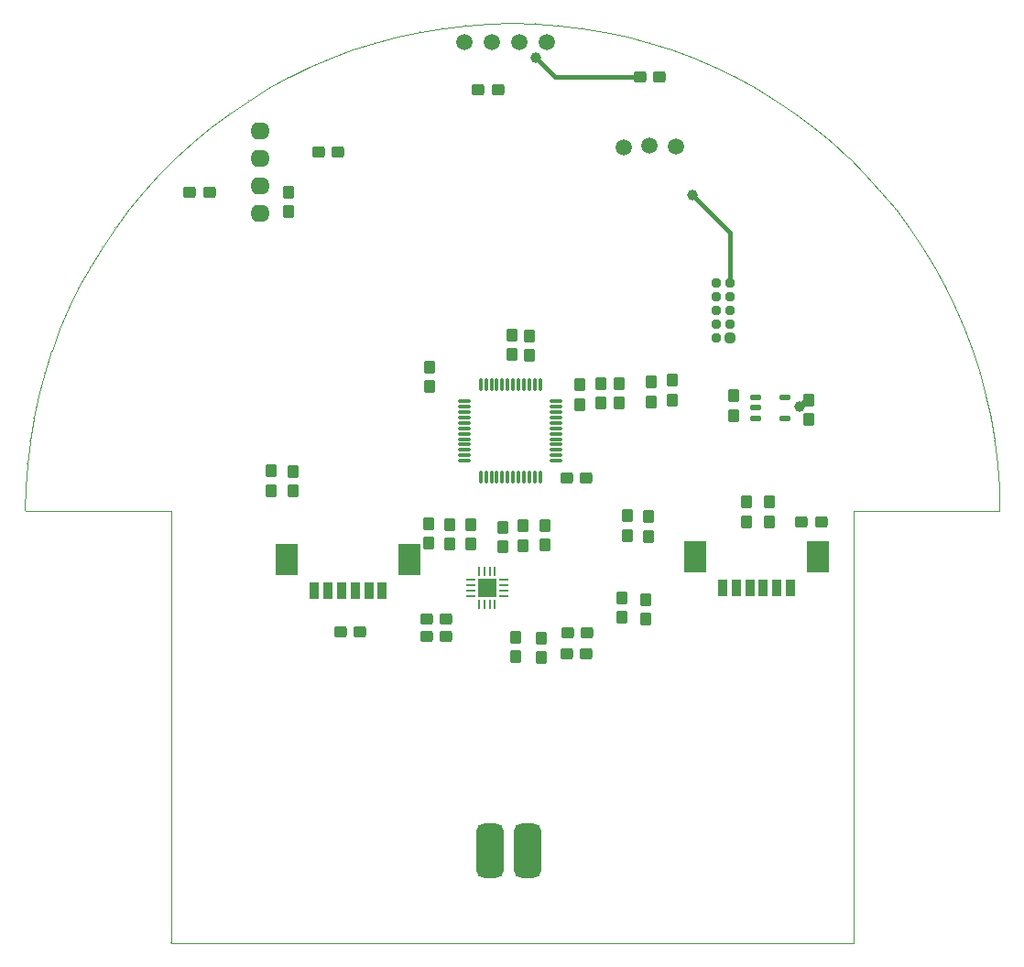
<source format=gtl>
%FSLAX25Y25*%
%MOIN*%
G70*
G01*
G75*
G04 Layer_Physical_Order=1*
G04 Layer_Color=255*
%ADD10R,0.03189X0.06299*%
%ADD11R,0.08268X0.11811*%
G04:AMPARAMS|DCode=12|XSize=98.43mil|YSize=196.85mil|CornerRadius=24.61mil|HoleSize=0mil|Usage=FLASHONLY|Rotation=180.000|XOffset=0mil|YOffset=0mil|HoleType=Round|Shape=RoundedRectangle|*
%AMROUNDEDRECTD12*
21,1,0.09843,0.14764,0,0,180.0*
21,1,0.04921,0.19685,0,0,180.0*
1,1,0.04921,-0.02461,0.07382*
1,1,0.04921,0.02461,0.07382*
1,1,0.04921,0.02461,-0.07382*
1,1,0.04921,-0.02461,-0.07382*
%
%ADD12ROUNDEDRECTD12*%
%ADD13C,0.05906*%
%ADD14R,0.07087X0.07087*%
%ADD15O,0.00984X0.03543*%
%ADD16O,0.03543X0.00984*%
G04:AMPARAMS|DCode=17|XSize=11.81mil|YSize=47.24mil|CornerRadius=2.95mil|HoleSize=0mil|Usage=FLASHONLY|Rotation=180.000|XOffset=0mil|YOffset=0mil|HoleType=Round|Shape=RoundedRectangle|*
%AMROUNDEDRECTD17*
21,1,0.01181,0.04134,0,0,180.0*
21,1,0.00591,0.04724,0,0,180.0*
1,1,0.00591,-0.00295,0.02067*
1,1,0.00591,0.00295,0.02067*
1,1,0.00591,0.00295,-0.02067*
1,1,0.00591,-0.00295,-0.02067*
%
%ADD17ROUNDEDRECTD17*%
G04:AMPARAMS|DCode=18|XSize=11.81mil|YSize=47.24mil|CornerRadius=2.95mil|HoleSize=0mil|Usage=FLASHONLY|Rotation=90.000|XOffset=0mil|YOffset=0mil|HoleType=Round|Shape=RoundedRectangle|*
%AMROUNDEDRECTD18*
21,1,0.01181,0.04134,0,0,90.0*
21,1,0.00591,0.04724,0,0,90.0*
1,1,0.00591,0.02067,0.00295*
1,1,0.00591,0.02067,-0.00295*
1,1,0.00591,-0.02067,-0.00295*
1,1,0.00591,-0.02067,0.00295*
%
%ADD18ROUNDEDRECTD18*%
G04:AMPARAMS|DCode=19|XSize=41.34mil|YSize=47.24mil|CornerRadius=10.34mil|HoleSize=0mil|Usage=FLASHONLY|Rotation=180.000|XOffset=0mil|YOffset=0mil|HoleType=Round|Shape=RoundedRectangle|*
%AMROUNDEDRECTD19*
21,1,0.04134,0.02658,0,0,180.0*
21,1,0.02067,0.04724,0,0,180.0*
1,1,0.02067,-0.01034,0.01329*
1,1,0.02067,0.01034,0.01329*
1,1,0.02067,0.01034,-0.01329*
1,1,0.02067,-0.01034,-0.01329*
%
%ADD19ROUNDEDRECTD19*%
G04:AMPARAMS|DCode=20|XSize=41.34mil|YSize=47.24mil|CornerRadius=10.34mil|HoleSize=0mil|Usage=FLASHONLY|Rotation=270.000|XOffset=0mil|YOffset=0mil|HoleType=Round|Shape=RoundedRectangle|*
%AMROUNDEDRECTD20*
21,1,0.04134,0.02658,0,0,270.0*
21,1,0.02067,0.04724,0,0,270.0*
1,1,0.02067,-0.01329,-0.01034*
1,1,0.02067,-0.01329,0.01034*
1,1,0.02067,0.01329,0.01034*
1,1,0.02067,0.01329,-0.01034*
%
%ADD20ROUNDEDRECTD20*%
G04:AMPARAMS|DCode=21|XSize=21.65mil|YSize=39.37mil|CornerRadius=5.41mil|HoleSize=0mil|Usage=FLASHONLY|Rotation=270.000|XOffset=0mil|YOffset=0mil|HoleType=Round|Shape=RoundedRectangle|*
%AMROUNDEDRECTD21*
21,1,0.02165,0.02854,0,0,270.0*
21,1,0.01083,0.03937,0,0,270.0*
1,1,0.01083,-0.01427,-0.00541*
1,1,0.01083,-0.01427,0.00541*
1,1,0.01083,0.01427,0.00541*
1,1,0.01083,0.01427,-0.00541*
%
%ADD21ROUNDEDRECTD21*%
%ADD22C,0.01575*%
%ADD23C,0.00787*%
%ADD24C,0.00394*%
%ADD25C,0.00394*%
%ADD26O,0.07087X0.06299*%
G04:AMPARAMS|DCode=27|XSize=37.4mil|YSize=37.4mil|CornerRadius=9.35mil|HoleSize=0mil|Usage=FLASHONLY|Rotation=90.000|XOffset=0mil|YOffset=0mil|HoleType=Round|Shape=RoundedRectangle|*
%AMROUNDEDRECTD27*
21,1,0.03740,0.01870,0,0,90.0*
21,1,0.01870,0.03740,0,0,90.0*
1,1,0.01870,0.00935,0.00935*
1,1,0.01870,0.00935,-0.00935*
1,1,0.01870,-0.00935,-0.00935*
1,1,0.01870,-0.00935,0.00935*
%
%ADD27ROUNDEDRECTD27*%
%ADD28C,0.03740*%
%ADD29C,0.01969*%
%ADD30C,0.03937*%
D10*
X76575Y129252D02*
D03*
X81496D02*
D03*
X91339D02*
D03*
X101181D02*
D03*
X96260D02*
D03*
X86417D02*
D03*
X-71949Y128169D02*
D03*
X-67028D02*
D03*
X-57185D02*
D03*
X-47343D02*
D03*
X-52264D02*
D03*
X-62106D02*
D03*
D11*
X111221Y140669D02*
D03*
X66535D02*
D03*
X-37303Y139587D02*
D03*
X-81988D02*
D03*
D12*
X-8071Y33661D02*
D03*
X5709D02*
D03*
D13*
X59449Y289862D02*
D03*
X40551Y289469D02*
D03*
X49902Y290158D02*
D03*
X-6181Y33661D02*
D03*
X3819D02*
D03*
X-17461Y327854D02*
D03*
X-7461D02*
D03*
X2539D02*
D03*
X12539D02*
D03*
D14*
X-9252Y129232D02*
D03*
D15*
X-12205Y135236D02*
D03*
X-10236D02*
D03*
X-8268D02*
D03*
X-6299D02*
D03*
Y123228D02*
D03*
X-8268D02*
D03*
X-10236D02*
D03*
X-12205D02*
D03*
D16*
X-3248Y132185D02*
D03*
Y130217D02*
D03*
Y128248D02*
D03*
Y126279D02*
D03*
X-15256D02*
D03*
Y128248D02*
D03*
Y130217D02*
D03*
Y132185D02*
D03*
D17*
X-11516Y203051D02*
D03*
X-9547D02*
D03*
X-7579D02*
D03*
X-5610D02*
D03*
X-3642D02*
D03*
X295D02*
D03*
X2264D02*
D03*
X4232D02*
D03*
X6201D02*
D03*
X8169D02*
D03*
X10138D02*
D03*
Y169587D02*
D03*
X8169D02*
D03*
X6201D02*
D03*
X4232D02*
D03*
X2264D02*
D03*
X295D02*
D03*
X-1673D02*
D03*
X-3642D02*
D03*
X-5610D02*
D03*
X-7579D02*
D03*
X-9547D02*
D03*
X-11516D02*
D03*
X-1673Y203051D02*
D03*
D18*
X16043Y197146D02*
D03*
Y195177D02*
D03*
Y193209D02*
D03*
Y191240D02*
D03*
Y189272D02*
D03*
Y187303D02*
D03*
Y183366D02*
D03*
Y179429D02*
D03*
Y177461D02*
D03*
Y175492D02*
D03*
X-17421D02*
D03*
Y177461D02*
D03*
Y179429D02*
D03*
Y181398D02*
D03*
Y183366D02*
D03*
Y185335D02*
D03*
Y187303D02*
D03*
Y189272D02*
D03*
Y191240D02*
D03*
Y193209D02*
D03*
Y195177D02*
D03*
Y197146D02*
D03*
X16043Y185335D02*
D03*
Y181398D02*
D03*
D19*
X-81299Y266240D02*
D03*
Y273327D02*
D03*
X10433Y103937D02*
D03*
Y111024D02*
D03*
X39764Y118504D02*
D03*
Y125591D02*
D03*
X1378Y111221D02*
D03*
Y104134D02*
D03*
X48720Y125000D02*
D03*
Y117913D02*
D03*
X12008Y144783D02*
D03*
Y151870D02*
D03*
X3839Y151772D02*
D03*
Y144685D02*
D03*
X85236Y160433D02*
D03*
Y153347D02*
D03*
X-79626Y171653D02*
D03*
Y164567D02*
D03*
X93701Y160433D02*
D03*
Y153347D02*
D03*
X-87697Y171752D02*
D03*
Y164665D02*
D03*
X6299Y213779D02*
D03*
Y220866D02*
D03*
X-30315Y145472D02*
D03*
Y152559D02*
D03*
X-22835Y145177D02*
D03*
Y152264D02*
D03*
X-15059Y145079D02*
D03*
Y152165D02*
D03*
X-3543Y144291D02*
D03*
Y151378D02*
D03*
X49606Y148031D02*
D03*
Y155118D02*
D03*
X41831Y148327D02*
D03*
Y155413D02*
D03*
X0Y221161D02*
D03*
Y214075D02*
D03*
X107874Y190453D02*
D03*
Y197539D02*
D03*
X50394Y204134D02*
D03*
Y197047D02*
D03*
X80610Y199114D02*
D03*
Y192028D02*
D03*
X58169Y204724D02*
D03*
Y197638D02*
D03*
X32185Y203543D02*
D03*
Y196457D02*
D03*
X-30217Y202559D02*
D03*
Y209646D02*
D03*
X24705Y203051D02*
D03*
Y195965D02*
D03*
X38976Y203642D02*
D03*
Y196555D02*
D03*
D20*
X-5217Y310630D02*
D03*
X-12303D02*
D03*
X27165Y112894D02*
D03*
X20079D02*
D03*
X-70472Y287992D02*
D03*
X-63386D02*
D03*
X-110236Y273327D02*
D03*
X-117323D02*
D03*
X53543Y315256D02*
D03*
X46457D02*
D03*
X26870Y105118D02*
D03*
X19783D02*
D03*
X-24016Y118012D02*
D03*
X-31102D02*
D03*
X-24114Y111516D02*
D03*
X-31201D02*
D03*
X105315Y153347D02*
D03*
X112402D02*
D03*
X-62402Y113189D02*
D03*
X-55315D02*
D03*
X26969Y169193D02*
D03*
X19882D02*
D03*
D21*
X99311Y198524D02*
D03*
Y191043D02*
D03*
X88681D02*
D03*
Y194783D02*
D03*
Y198524D02*
D03*
D22*
X104429Y195276D02*
X106693Y197539D01*
X107874D01*
X65453Y272146D02*
X79173Y258425D01*
Y240315D02*
Y258425D01*
X8465Y322342D02*
X15551Y315256D01*
X46457D01*
D23*
X-6004Y203445D02*
Y205020D01*
Y203445D02*
X-5610Y203051D01*
D24*
X95893Y306684D02*
G03*
X95885Y306690I-110J-163D01*
G01*
X95894Y306684D02*
G03*
X95885Y306690I-111J-162D01*
G01*
X88685Y311078D02*
G03*
X88677Y311083I-103J-168D01*
G01*
X102884Y301953D02*
G03*
X102876Y301958I-118J-158D01*
G01*
X102884Y301953D02*
G03*
X102875Y301959I-118J-158D01*
G01*
X81269Y315128D02*
G03*
X81267Y315129I-87J-177D01*
G01*
X81276Y315124D02*
G03*
X81269Y315128I-94J-173D01*
G01*
X81276Y315124D02*
G03*
X81268Y315128I-94J-173D01*
G01*
X73682Y318813D02*
G03*
X73675Y318817I-85J-178D01*
G01*
X73684Y318812D02*
G03*
X73682Y318813I-87J-177D01*
G01*
X73683Y318813D02*
G03*
X73675Y318817I-86J-177D01*
G01*
X88685Y311078D02*
G03*
X88677Y311083I-103J-168D01*
G01*
X122397Y285840D02*
G03*
X122390Y285847I-139J-139D01*
G01*
X128366Y279872D02*
G03*
X128360Y279878I-145J-133D01*
G01*
X128367Y279870D02*
G03*
X128366Y279872I-146J-132D01*
G01*
X122391Y285846D02*
G03*
X122390Y285847I-133J-145D01*
G01*
X122397Y285840D02*
G03*
X122391Y285846I-139J-139D01*
G01*
X134045Y273624D02*
G03*
X134038Y273631I-152J-125D01*
G01*
X128366Y279871D02*
G03*
X128360Y279878I-146J-132D01*
G01*
X109642Y296894D02*
G03*
X109634Y296899I-125J-152D01*
G01*
X109642Y296894D02*
G03*
X109634Y296899I-125J-152D01*
G01*
X116150Y291519D02*
G03*
X116144Y291525I-132J-146D01*
G01*
X116152Y291518D02*
G03*
X116150Y291519I-133J-145D01*
G01*
X116151Y291519D02*
G03*
X116144Y291525I-132J-146D01*
G01*
X25247Y333036D02*
G03*
X25236Y333038I-34J-194D01*
G01*
X25246Y333037D02*
G03*
X25236Y333038I-33J-194D01*
G01*
X16864Y334039D02*
G03*
X16855Y334040I-23J-196D01*
G01*
X33570Y331637D02*
G03*
X33561Y331638I-42J-192D01*
G01*
X33571Y331637D02*
G03*
X33570Y331637I-42J-192D01*
G01*
X33571Y331637D02*
G03*
X33560Y331639I-42J-192D01*
G01*
X8444Y334641D02*
G03*
X8433Y334642I-14J-196D01*
G01*
X8444Y334641D02*
G03*
X8434Y334642I-14J-196D01*
G01*
X6Y334842D02*
G03*
X-5Y334843I-6J-197D01*
G01*
X16864Y334039D02*
G03*
X16855Y334040I-23J-196D01*
G01*
X58013Y325086D02*
G03*
X58005Y325089I-68J-185D01*
G01*
X58015Y325086D02*
G03*
X58013Y325086I-69J-184D01*
G01*
X65923Y322136D02*
G03*
X65914Y322140I-78J-181D01*
G01*
X58014Y325086D02*
G03*
X58005Y325089I-69J-184D01*
G01*
X65915Y322139D02*
G03*
X65914Y322140I-69J-184D01*
G01*
X65923Y322136D02*
G03*
X65915Y322139I-78J-181D01*
G01*
X41819Y329842D02*
G03*
X41810Y329844I-51J-190D01*
G01*
X41820Y329842D02*
G03*
X41819Y329842I-51J-190D01*
G01*
X41819Y329842D02*
G03*
X41810Y329844I-51J-190D01*
G01*
X49973Y327657D02*
G03*
X49964Y327660I-60J-188D01*
G01*
X49964Y327659D02*
G03*
X49964Y327660I-51J-190D01*
G01*
X49973Y327657D02*
G03*
X49964Y327659I-60J-188D01*
G01*
X172364Y199291D02*
G03*
X172362Y199300I-192J-42D01*
G01*
X172364Y199290D02*
G03*
X172364Y199291I-192J-42D01*
G01*
X170179Y207445D02*
G03*
X170176Y207454I-190J-51D01*
G01*
X170179Y207444D02*
G03*
X170179Y207445I-190J-51D01*
G01*
X172362Y199299D02*
G03*
X172362Y199300I-190J-51D01*
G01*
X172364Y199291D02*
G03*
X172362Y199299I-192J-42D01*
G01*
X174158Y191041D02*
G03*
X174156Y191051I-194J-32D01*
G01*
X174158Y191042D02*
G03*
X174156Y191051I-194J-33D01*
G01*
X167609Y215485D02*
G03*
X167606Y215494I-188J-60D01*
G01*
X167606Y215494D02*
G03*
X167606Y215495I-185J-68D01*
G01*
X167609Y215485D02*
G03*
X167606Y215494I-188J-60D01*
G01*
X164659Y223395D02*
G03*
X164656Y223404I-184J-69D01*
G01*
X164659Y223394D02*
G03*
X164659Y223395I-185J-68D01*
G01*
X170179Y207445D02*
G03*
X170176Y207454I-190J-51D01*
G01*
X177162Y165914D02*
G03*
X177161Y165924I-197J-3D01*
G01*
X177162Y165910D02*
G03*
X177162Y165914I-197J0D01*
G01*
X176560Y174335D02*
G03*
X176559Y174344I-196J-14D01*
G01*
X177162Y165915D02*
G03*
X177161Y165924I-197J-5D01*
G01*
X177362Y157480D02*
G03*
X177362Y157485I-197J0D01*
G01*
X177362Y157480D02*
G03*
X177362Y157486I-197J0D01*
G01*
X177165Y157283D02*
G03*
X177362Y157480I0J197D01*
G01*
X177165Y157283D02*
G03*
X177362Y157480I0J197D01*
G01*
X175558Y182717D02*
G03*
X175556Y182726I-196J-23D01*
G01*
X176560Y174335D02*
G03*
X176559Y174344I-196J-14D01*
G01*
X175558Y182717D02*
G03*
X175556Y182727I-196J-23D01*
G01*
X149209Y253366D02*
G03*
X149203Y253375I-168J-103D01*
G01*
X149209Y253366D02*
G03*
X149204Y253374I-168J-103D01*
G01*
X144478Y260356D02*
G03*
X144472Y260364I-164J-109D01*
G01*
X153603Y246157D02*
G03*
X153598Y246165I-173J-94D01*
G01*
X153603Y246157D02*
G03*
X153598Y246165I-173J-94D01*
G01*
X139419Y267115D02*
G03*
X139413Y267122I-158J-118D01*
G01*
X139419Y267115D02*
G03*
X139413Y267122I-158J-118D01*
G01*
X134039Y273631D02*
G03*
X134038Y273632I-146J-132D01*
G01*
X134045Y273624D02*
G03*
X134039Y273631I-152J-125D01*
G01*
X144478Y260357D02*
G03*
X144472Y260364I-163J-110D01*
G01*
X161333Y231163D02*
G03*
X161332Y231164I-178J-85D01*
G01*
X161336Y231155D02*
G03*
X161333Y231163I-181J-78D01*
G01*
X161336Y231155D02*
G03*
X161332Y231164I-181J-78D01*
G01*
X157648Y238749D02*
G03*
X157644Y238757I-177J-87D01*
G01*
X157648Y238747D02*
G03*
X157648Y238749I-178J-85D01*
G01*
X164659Y223395D02*
G03*
X164656Y223404I-184J-69D01*
G01*
X157648Y238748D02*
G03*
X157644Y238757I-177J-86D01*
G01*
X124016Y-197D02*
G03*
X124213Y0I0J197D01*
G01*
X124016Y-197D02*
G03*
X124213Y0I0J197D01*
G01*
X5Y334843D02*
G03*
X-6Y334842I-5J-197D01*
G01*
X-8433Y334642D02*
G03*
X-8444Y334641I3J-197D01*
G01*
X-8435Y334642D02*
G03*
X-8444Y334641I5J-197D01*
G01*
X-16855Y334040D02*
G03*
X-16864Y334039I14J-196D01*
G01*
X-16855Y334040D02*
G03*
X-16864Y334039I14J-196D01*
G01*
X-25237Y333038D02*
G03*
X-25246Y333037I23J-196D01*
G01*
X-25237Y333038D02*
G03*
X-25247Y333036I23J-196D01*
G01*
X-33560Y331639D02*
G03*
X-33571Y331637I32J-194D01*
G01*
X-33562Y331638D02*
G03*
X-33571Y331637I33J-194D01*
G01*
X-41810Y329844D02*
G03*
X-41819Y329842I42J-192D01*
G01*
X-41819Y329842D02*
G03*
X-41820Y329842I51J-190D01*
G01*
X-41810Y329844D02*
G03*
X-41819Y329842I42J-192D01*
G01*
X-49965Y327659D02*
G03*
X-49973Y327657I51J-190D01*
G01*
X-49964Y327660D02*
G03*
X-49965Y327659I51J-190D01*
G01*
X-49964Y327660D02*
G03*
X-49973Y327657I51J-190D01*
G01*
X-58005Y325089D02*
G03*
X-58014Y325086I60J-188D01*
G01*
X-58013Y325086D02*
G03*
X-58015Y325086I68J-185D01*
G01*
X-58005Y325089D02*
G03*
X-58013Y325086I60J-188D01*
G01*
X-65915Y322139D02*
G03*
X-65923Y322136I69J-184D01*
G01*
X-65914Y322140D02*
G03*
X-65915Y322139I68J-185D01*
G01*
X-65915Y322139D02*
G03*
X-65923Y322136I69J-184D01*
G01*
X-73675Y318817D02*
G03*
X-73683Y318813I78J-181D01*
G01*
X-73682Y318813D02*
G03*
X-73684Y318812I85J-178D01*
G01*
X-73675Y318817D02*
G03*
X-73682Y318813I78J-181D01*
G01*
X-81269Y315128D02*
G03*
X-81276Y315124I87J-177D01*
G01*
X-81267Y315129D02*
G03*
X-81269Y315128I85J-178D01*
G01*
X-81268Y315128D02*
G03*
X-81276Y315124I86J-177D01*
G01*
X-88677Y311083D02*
G03*
X-88685Y311078I94J-173D01*
G01*
X-88677Y311083D02*
G03*
X-88685Y311078I94J-173D01*
G01*
X-95885Y306689D02*
G03*
X-95893Y306684I103J-168D01*
G01*
X-95885Y306689D02*
G03*
X-95894Y306684I103J-168D01*
G01*
X-102875Y301959D02*
G03*
X-102884Y301953I109J-164D01*
G01*
X-102876Y301958D02*
G03*
X-102884Y301953I110J-163D01*
G01*
X-109634Y296899D02*
G03*
X-109642Y296894I118J-158D01*
G01*
X-109634Y296899D02*
G03*
X-109642Y296894I118J-158D01*
G01*
X-116144Y291525D02*
G03*
X-116151Y291519I125J-152D01*
G01*
X-116150Y291519D02*
G03*
X-116152Y291518I132J-146D01*
G01*
X-116144Y291525D02*
G03*
X-116150Y291519I125J-152D01*
G01*
X-122391Y285846D02*
G03*
X-122397Y285840I133J-145D01*
G01*
X-122390Y285847D02*
G03*
X-122391Y285846I132J-146D01*
G01*
X-122391Y285847D02*
G03*
X-122397Y285840I132J-146D01*
G01*
X-128360Y279878D02*
G03*
X-128366Y279871I139J-139D01*
G01*
X-128366Y279872D02*
G03*
X-128367Y279870I145J-133D01*
G01*
X-128360Y279878D02*
G03*
X-128366Y279872I139J-139D01*
G01*
X-134039Y273631D02*
G03*
X-134045Y273624I146J-132D01*
G01*
X-134038Y273632D02*
G03*
X-134039Y273631I145J-133D01*
G01*
X-134038Y273631D02*
G03*
X-134045Y273624I146J-132D01*
G01*
X-139413Y267122D02*
G03*
X-139419Y267115I152J-125D01*
G01*
X-139413Y267122D02*
G03*
X-139419Y267115I152J-125D01*
G01*
X-144472Y260364D02*
G03*
X-144478Y260357I158J-118D01*
G01*
X-144472Y260364D02*
G03*
X-144478Y260356I158J-118D01*
G01*
X-149203Y253375D02*
G03*
X-149209Y253366I162J-111D01*
G01*
X-149204Y253374D02*
G03*
X-149209Y253366I163J-110D01*
G01*
X-153598Y246165D02*
G03*
X-153603Y246157I168J-103D01*
G01*
X-153598Y246165D02*
G03*
X-153603Y246157I168J-103D01*
G01*
X-124213Y-0D02*
G03*
X-124016Y-197I197J0D01*
G01*
X-124213Y-0D02*
G03*
X-124016Y-197I197J0D01*
G01*
X-157644Y238756D02*
G03*
X-157648Y238748I173J-94D01*
G01*
X-157648Y238749D02*
G03*
X-157649Y238747I177J-87D01*
G01*
X-157644Y238756D02*
G03*
X-157648Y238749I173J-94D01*
G01*
X-161333Y231163D02*
G03*
X-161336Y231155I178J-85D01*
G01*
X-161332Y231164D02*
G03*
X-161333Y231163I177J-87D01*
G01*
X-161332Y231164D02*
G03*
X-161336Y231155I177J-86D01*
G01*
X-164656Y223404D02*
G03*
X-164659Y223395I181J-78D01*
G01*
X-164659Y223395D02*
G03*
X-164659Y223394I184J-69D01*
G01*
X-164656Y223404D02*
G03*
X-164659Y223395I181J-78D01*
G01*
X-167606Y215494D02*
G03*
X-167609Y215485I185J-68D01*
G01*
X-167606Y215495D02*
G03*
X-167606Y215494I184J-69D01*
G01*
X-167606Y215494D02*
G03*
X-167609Y215485I184J-69D01*
G01*
X-170177Y207453D02*
G03*
X-170179Y207445I188J-60D01*
G01*
X-170179Y207445D02*
G03*
X-170179Y207444I190J-51D01*
G01*
X-170177Y207453D02*
G03*
X-170179Y207445I188J-60D01*
G01*
X-172362Y199299D02*
G03*
X-172364Y199291I190J-51D01*
G01*
X-172362Y199300D02*
G03*
X-172362Y199299I190J-51D01*
G01*
X-172364Y199291D02*
G03*
X-172364Y199290I192J-42D01*
G01*
X-172362Y199300D02*
G03*
X-172364Y199291I190J-51D01*
G01*
X-174156Y191051D02*
G03*
X-174158Y191042I192J-42D01*
G01*
X-174156Y191051D02*
G03*
X-174158Y191041I192J-42D01*
G01*
X-175556Y182727D02*
G03*
X-175558Y182717I194J-34D01*
G01*
X-175556Y182726D02*
G03*
X-175558Y182717I194J-33D01*
G01*
X-176559Y174344D02*
G03*
X-176560Y174335I196J-23D01*
G01*
X-176559Y174344D02*
G03*
X-176560Y174335I196J-23D01*
G01*
X-177161Y165924D02*
G03*
X-177162Y165915I196J-14D01*
G01*
X-177161Y165924D02*
G03*
X-177162Y165914I196J-14D01*
G01*
X-177362Y157485D02*
G03*
X-177165Y157283I197J-5D01*
G01*
X-177362Y157486D02*
G03*
X-177165Y157283I197J-6D01*
G01*
X88685Y311078D02*
X95885Y306690D01*
X102884Y301953D02*
X109634Y296899D01*
X102875Y301959D02*
X102876Y301958D01*
X95894Y306684D02*
X102875Y301959D01*
X95893Y306684D02*
X95894Y306684D01*
X81268Y315128D02*
X81269Y315128D01*
X81267Y315129D02*
X81268Y315128D01*
X73684Y318812D02*
X81267Y315129D01*
X73683Y318813D02*
X73684Y318812D01*
X73682Y318813D02*
X73683Y318813D01*
X81276Y315124D02*
X88677Y311083D01*
X122397Y285840D02*
X128360Y279878D01*
X122390Y285847D02*
X122391Y285846D01*
X122390Y285847D02*
X122390Y285847D01*
X116152Y291518D02*
X122390Y285847D01*
X116151Y291519D02*
X116152Y291518D01*
X116150Y291519D02*
X116151Y291519D01*
X128366Y279872D02*
X128366Y279871D01*
X128367Y279870D01*
X134038Y273632D01*
X134038Y273631D01*
X134039Y273631D01*
X109642Y296894D02*
X116144Y291525D01*
X16864Y334039D02*
X25236Y333038D01*
X41810Y329844D02*
X41810Y329844D01*
X41810Y329844D02*
X41810Y329844D01*
X33571Y331637D02*
X41810Y329844D01*
X33571Y331637D02*
X33571Y331637D01*
X33570Y331637D02*
X33571Y331637D01*
X33560Y331639D02*
X33561Y331638D01*
X25247Y333036D02*
X33560Y331639D01*
X25246Y333037D02*
X25247Y333036D01*
X8433Y334642D02*
X8434Y334642D01*
X6Y334842D02*
X8433Y334642D01*
X5Y334843D02*
X6Y334842D01*
X8444Y334641D02*
X16855Y334040D01*
X65914Y322140D02*
X65915Y322139D01*
X65914Y322140D02*
X65914Y322140D01*
X58015Y325086D02*
X65914Y322140D01*
X58014Y325086D02*
X58015Y325086D01*
X58013Y325086D02*
X58014Y325086D01*
X49973Y327657D02*
X58005Y325089D01*
X65923Y322136D02*
X73675Y318817D01*
X49964Y327660D02*
X49964Y327659D01*
X49964Y327660D02*
X49964Y327660D01*
X41820Y329842D02*
X49964Y327660D01*
X41819Y329842D02*
X41820Y329842D01*
X41819Y329842D02*
X41819Y329842D01*
X172364Y199291D02*
X172364Y199291D01*
X172364Y199290D01*
X174156Y191051D01*
X174156Y191051D01*
X174156Y191051D01*
X170179Y207445D02*
X170179Y207445D01*
X170179Y207444D01*
X172362Y199300D01*
X172362Y199300D01*
X172362Y199299D01*
X174158Y191042D02*
X174158Y191041D01*
X175556Y182727D01*
X175556Y182726D01*
X164659Y223395D02*
X164659Y223395D01*
X164659Y223394D01*
X167606Y215495D01*
X167606Y215494D01*
X167606Y215494D01*
X167609Y215485D02*
X170176Y207454D01*
X177162Y165915D02*
X177162Y165914D01*
X177362Y157486D01*
X177362Y157485D01*
X176560Y174335D02*
X177161Y165924D01*
X175558Y182717D02*
X176559Y174344D01*
X124213Y157283D02*
X177165Y157283D01*
X144478Y260357D02*
X144478Y260356D01*
X149203Y253375D01*
X149204Y253374D01*
X149209Y253366D02*
X153598Y246165D01*
X134045Y273624D02*
X139413Y267122D01*
X139419Y267115D02*
X144472Y260364D01*
X157648Y238749D02*
X157648Y238748D01*
X157648Y238747D01*
X161332Y231164D01*
X161332Y231164D01*
X161333Y231163D01*
X161336Y231155D02*
X164656Y223404D01*
X153603Y246157D02*
X157644Y238757D01*
X124213Y0D02*
Y157283D01*
X-6Y334842D02*
X-5Y334843D01*
X-8433Y334642D02*
X-6Y334842D01*
X-8435Y334642D02*
X-8433Y334642D01*
X-16855Y334040D02*
X-8444Y334641D01*
X-25237Y333038D02*
X-16864Y334039D01*
X-25247Y333036D02*
X-25246Y333037D01*
X-33560Y331639D02*
X-25247Y333036D01*
X-33562Y331638D02*
X-33560Y331639D01*
X-41810Y329844D02*
X-33571Y331637D01*
X-41819Y329842D02*
X-41819Y329842D01*
X-41820Y329842D02*
X-41819Y329842D01*
X-49964Y327660D02*
X-41820Y329842D01*
X-49964Y327660D02*
X-49964Y327660D01*
X-49965Y327659D02*
X-49964Y327660D01*
X-58005Y325089D02*
X-49973Y327657D01*
X-58014Y325086D02*
X-58013Y325086D01*
X-58015Y325086D02*
X-58014Y325086D01*
X-65914Y322140D02*
X-58015Y325086D01*
X-65915Y322139D02*
X-65914Y322140D01*
X-65915Y322139D02*
X-65915Y322139D01*
X-73675Y318817D02*
X-65923Y322136D01*
X-73683Y318813D02*
X-73682Y318813D01*
X-73684Y318812D02*
X-73683Y318813D01*
X-81267Y315129D02*
X-73684Y318812D01*
X-81268Y315128D02*
X-81267Y315129D01*
X-81269Y315128D02*
X-81268Y315128D01*
X-88677Y311083D02*
X-81276Y315124D01*
X-95885Y306689D02*
X-88685Y311078D01*
X-95894Y306684D02*
X-95893Y306684D01*
X-102875Y301959D02*
X-95894Y306684D01*
X-102876Y301958D02*
X-102875Y301959D01*
X-109634Y296899D02*
X-102884Y301953D01*
X-116144Y291525D02*
X-109642Y296894D01*
X-116151Y291519D02*
X-116150Y291519D01*
X-116152Y291518D02*
X-116151Y291519D01*
X-122390Y285847D02*
X-116152Y291518D01*
X-122391Y285847D02*
X-122390Y285847D01*
X-122391Y285846D02*
X-122391Y285847D01*
X-128360Y279878D02*
X-122397Y285840D01*
X-128366Y279871D02*
X-128366Y279872D01*
X-128367Y279870D02*
X-128366Y279871D01*
X-134038Y273632D02*
X-128367Y279870D01*
X-134038Y273631D02*
X-134038Y273632D01*
X-134039Y273631D02*
X-134038Y273631D01*
X-139413Y267122D02*
X-134045Y273624D01*
X-144472Y260364D02*
X-139419Y267115D01*
X-144478Y260356D02*
X-144478Y260357D01*
X-149203Y253375D02*
X-144478Y260356D01*
X-149204Y253374D02*
X-149203Y253375D01*
X-153598Y246165D02*
X-149209Y253366D01*
X-124016Y-197D02*
X124016Y-197D01*
X-124213Y-0D02*
Y157283D01*
X-157644Y238756D02*
X-153603Y246157D01*
X-157648Y238748D02*
X-157648Y238749D01*
X-157649Y238747D02*
X-157648Y238748D01*
X-161332Y231164D02*
X-157649Y238747D01*
X-161332Y231164D02*
X-161332Y231164D01*
X-161333Y231163D02*
X-161332Y231164D01*
X-177165Y157283D02*
X-124213Y157283D01*
X-164656Y223404D02*
X-161336Y231155D01*
X-164659Y223395D02*
X-164659Y223395D01*
X-164659Y223394D02*
X-164659Y223395D01*
X-167606Y215495D02*
X-164659Y223394D01*
X-167606Y215494D02*
X-167606Y215495D01*
X-167606Y215494D02*
X-167606Y215494D01*
X-170177Y207453D02*
X-167609Y215485D01*
X-170179Y207445D02*
X-170179Y207445D01*
X-170179Y207444D02*
X-170179Y207445D01*
X-172362Y199300D02*
X-170179Y207444D01*
X-172362Y199300D02*
X-172362Y199300D01*
X-172362Y199299D02*
X-172362Y199300D01*
X-172364Y199291D02*
X-172364Y199291D01*
X-172364Y199290D02*
X-172364Y199291D01*
X-174156Y191051D02*
X-172364Y199290D01*
X-174156Y191051D02*
X-174156Y191051D01*
X-174156Y191051D02*
X-174156Y191051D01*
X-174158Y191041D02*
X-174158Y191042D01*
X-175556Y182727D02*
X-174158Y191041D01*
X-175556Y182726D02*
X-175556Y182727D01*
X-176559Y174344D02*
X-175558Y182717D01*
X-177161Y165924D02*
X-176560Y174335D01*
X-177162Y165914D02*
X-177162Y165915D01*
X-177362Y157486D02*
X-177162Y165914D01*
X-177362Y157485D02*
X-177362Y157486D01*
D25*
X41810Y329844D02*
D03*
X174156Y191051D02*
D03*
X-174156Y191051D02*
D03*
D26*
X-91831Y295709D02*
D03*
Y285709D02*
D03*
Y265709D02*
D03*
Y275709D02*
D03*
D27*
X79173Y220315D02*
D03*
D28*
X74173D02*
D03*
X79173Y225315D02*
D03*
Y230315D02*
D03*
X74173Y225315D02*
D03*
Y230315D02*
D03*
X79173Y235315D02*
D03*
Y240315D02*
D03*
X74173Y235315D02*
D03*
Y240315D02*
D03*
D29*
X-7087Y127067D02*
D03*
X-11417D02*
D03*
X-7087Y131398D02*
D03*
X-11417D02*
D03*
D30*
X104429Y195276D02*
D03*
X65453Y272146D02*
D03*
X8465Y322342D02*
D03*
M02*

</source>
